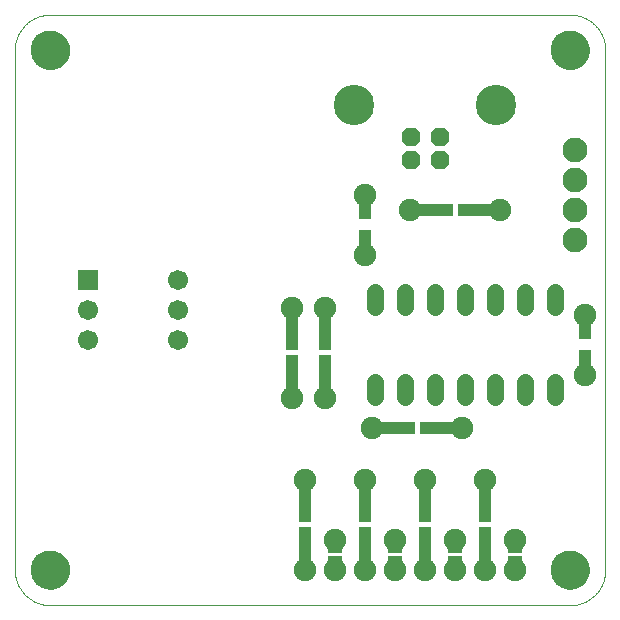
<source format=gts>
G75*
%MOIN*%
%OFA0B0*%
%FSLAX25Y25*%
%IPPOS*%
%LPD*%
%AMOC8*
5,1,8,0,0,1.08239X$1,22.5*
%
%ADD10C,0.00000*%
%ADD11C,0.12998*%
%ADD12R,0.04337X0.10636*%
%ADD13C,0.07487*%
%ADD14C,0.05600*%
%ADD15R,0.12998X0.04337*%
%ADD16OC8,0.06140*%
%ADD17C,0.13455*%
%ADD18R,0.04337X0.12998*%
%ADD19R,0.05124X0.03550*%
%ADD20C,0.08274*%
%ADD21R,0.06699X0.06699*%
%ADD22C,0.06699*%
D10*
X0005724Y0017535D02*
X0005724Y0190764D01*
X0011236Y0190764D02*
X0011238Y0190922D01*
X0011244Y0191080D01*
X0011254Y0191238D01*
X0011268Y0191396D01*
X0011286Y0191553D01*
X0011307Y0191710D01*
X0011333Y0191866D01*
X0011363Y0192022D01*
X0011396Y0192177D01*
X0011434Y0192330D01*
X0011475Y0192483D01*
X0011520Y0192635D01*
X0011569Y0192786D01*
X0011622Y0192935D01*
X0011678Y0193083D01*
X0011738Y0193229D01*
X0011802Y0193374D01*
X0011870Y0193517D01*
X0011941Y0193659D01*
X0012015Y0193799D01*
X0012093Y0193936D01*
X0012175Y0194072D01*
X0012259Y0194206D01*
X0012348Y0194337D01*
X0012439Y0194466D01*
X0012534Y0194593D01*
X0012631Y0194718D01*
X0012732Y0194840D01*
X0012836Y0194959D01*
X0012943Y0195076D01*
X0013053Y0195190D01*
X0013166Y0195301D01*
X0013281Y0195410D01*
X0013399Y0195515D01*
X0013520Y0195617D01*
X0013643Y0195717D01*
X0013769Y0195813D01*
X0013897Y0195906D01*
X0014027Y0195996D01*
X0014160Y0196082D01*
X0014295Y0196166D01*
X0014431Y0196245D01*
X0014570Y0196322D01*
X0014711Y0196394D01*
X0014853Y0196464D01*
X0014997Y0196529D01*
X0015143Y0196591D01*
X0015290Y0196649D01*
X0015439Y0196704D01*
X0015589Y0196755D01*
X0015740Y0196802D01*
X0015892Y0196845D01*
X0016045Y0196884D01*
X0016200Y0196920D01*
X0016355Y0196951D01*
X0016511Y0196979D01*
X0016667Y0197003D01*
X0016824Y0197023D01*
X0016982Y0197039D01*
X0017139Y0197051D01*
X0017298Y0197059D01*
X0017456Y0197063D01*
X0017614Y0197063D01*
X0017772Y0197059D01*
X0017931Y0197051D01*
X0018088Y0197039D01*
X0018246Y0197023D01*
X0018403Y0197003D01*
X0018559Y0196979D01*
X0018715Y0196951D01*
X0018870Y0196920D01*
X0019025Y0196884D01*
X0019178Y0196845D01*
X0019330Y0196802D01*
X0019481Y0196755D01*
X0019631Y0196704D01*
X0019780Y0196649D01*
X0019927Y0196591D01*
X0020073Y0196529D01*
X0020217Y0196464D01*
X0020359Y0196394D01*
X0020500Y0196322D01*
X0020639Y0196245D01*
X0020775Y0196166D01*
X0020910Y0196082D01*
X0021043Y0195996D01*
X0021173Y0195906D01*
X0021301Y0195813D01*
X0021427Y0195717D01*
X0021550Y0195617D01*
X0021671Y0195515D01*
X0021789Y0195410D01*
X0021904Y0195301D01*
X0022017Y0195190D01*
X0022127Y0195076D01*
X0022234Y0194959D01*
X0022338Y0194840D01*
X0022439Y0194718D01*
X0022536Y0194593D01*
X0022631Y0194466D01*
X0022722Y0194337D01*
X0022811Y0194206D01*
X0022895Y0194072D01*
X0022977Y0193936D01*
X0023055Y0193799D01*
X0023129Y0193659D01*
X0023200Y0193517D01*
X0023268Y0193374D01*
X0023332Y0193229D01*
X0023392Y0193083D01*
X0023448Y0192935D01*
X0023501Y0192786D01*
X0023550Y0192635D01*
X0023595Y0192483D01*
X0023636Y0192330D01*
X0023674Y0192177D01*
X0023707Y0192022D01*
X0023737Y0191866D01*
X0023763Y0191710D01*
X0023784Y0191553D01*
X0023802Y0191396D01*
X0023816Y0191238D01*
X0023826Y0191080D01*
X0023832Y0190922D01*
X0023834Y0190764D01*
X0023832Y0190606D01*
X0023826Y0190448D01*
X0023816Y0190290D01*
X0023802Y0190132D01*
X0023784Y0189975D01*
X0023763Y0189818D01*
X0023737Y0189662D01*
X0023707Y0189506D01*
X0023674Y0189351D01*
X0023636Y0189198D01*
X0023595Y0189045D01*
X0023550Y0188893D01*
X0023501Y0188742D01*
X0023448Y0188593D01*
X0023392Y0188445D01*
X0023332Y0188299D01*
X0023268Y0188154D01*
X0023200Y0188011D01*
X0023129Y0187869D01*
X0023055Y0187729D01*
X0022977Y0187592D01*
X0022895Y0187456D01*
X0022811Y0187322D01*
X0022722Y0187191D01*
X0022631Y0187062D01*
X0022536Y0186935D01*
X0022439Y0186810D01*
X0022338Y0186688D01*
X0022234Y0186569D01*
X0022127Y0186452D01*
X0022017Y0186338D01*
X0021904Y0186227D01*
X0021789Y0186118D01*
X0021671Y0186013D01*
X0021550Y0185911D01*
X0021427Y0185811D01*
X0021301Y0185715D01*
X0021173Y0185622D01*
X0021043Y0185532D01*
X0020910Y0185446D01*
X0020775Y0185362D01*
X0020639Y0185283D01*
X0020500Y0185206D01*
X0020359Y0185134D01*
X0020217Y0185064D01*
X0020073Y0184999D01*
X0019927Y0184937D01*
X0019780Y0184879D01*
X0019631Y0184824D01*
X0019481Y0184773D01*
X0019330Y0184726D01*
X0019178Y0184683D01*
X0019025Y0184644D01*
X0018870Y0184608D01*
X0018715Y0184577D01*
X0018559Y0184549D01*
X0018403Y0184525D01*
X0018246Y0184505D01*
X0018088Y0184489D01*
X0017931Y0184477D01*
X0017772Y0184469D01*
X0017614Y0184465D01*
X0017456Y0184465D01*
X0017298Y0184469D01*
X0017139Y0184477D01*
X0016982Y0184489D01*
X0016824Y0184505D01*
X0016667Y0184525D01*
X0016511Y0184549D01*
X0016355Y0184577D01*
X0016200Y0184608D01*
X0016045Y0184644D01*
X0015892Y0184683D01*
X0015740Y0184726D01*
X0015589Y0184773D01*
X0015439Y0184824D01*
X0015290Y0184879D01*
X0015143Y0184937D01*
X0014997Y0184999D01*
X0014853Y0185064D01*
X0014711Y0185134D01*
X0014570Y0185206D01*
X0014431Y0185283D01*
X0014295Y0185362D01*
X0014160Y0185446D01*
X0014027Y0185532D01*
X0013897Y0185622D01*
X0013769Y0185715D01*
X0013643Y0185811D01*
X0013520Y0185911D01*
X0013399Y0186013D01*
X0013281Y0186118D01*
X0013166Y0186227D01*
X0013053Y0186338D01*
X0012943Y0186452D01*
X0012836Y0186569D01*
X0012732Y0186688D01*
X0012631Y0186810D01*
X0012534Y0186935D01*
X0012439Y0187062D01*
X0012348Y0187191D01*
X0012259Y0187322D01*
X0012175Y0187456D01*
X0012093Y0187592D01*
X0012015Y0187729D01*
X0011941Y0187869D01*
X0011870Y0188011D01*
X0011802Y0188154D01*
X0011738Y0188299D01*
X0011678Y0188445D01*
X0011622Y0188593D01*
X0011569Y0188742D01*
X0011520Y0188893D01*
X0011475Y0189045D01*
X0011434Y0189198D01*
X0011396Y0189351D01*
X0011363Y0189506D01*
X0011333Y0189662D01*
X0011307Y0189818D01*
X0011286Y0189975D01*
X0011268Y0190132D01*
X0011254Y0190290D01*
X0011244Y0190448D01*
X0011238Y0190606D01*
X0011236Y0190764D01*
X0005724Y0190764D02*
X0005727Y0191049D01*
X0005738Y0191335D01*
X0005755Y0191620D01*
X0005779Y0191904D01*
X0005810Y0192188D01*
X0005848Y0192471D01*
X0005893Y0192752D01*
X0005944Y0193033D01*
X0006002Y0193313D01*
X0006067Y0193591D01*
X0006139Y0193867D01*
X0006217Y0194141D01*
X0006302Y0194414D01*
X0006394Y0194684D01*
X0006492Y0194952D01*
X0006596Y0195218D01*
X0006707Y0195481D01*
X0006824Y0195741D01*
X0006947Y0195999D01*
X0007077Y0196253D01*
X0007213Y0196504D01*
X0007354Y0196752D01*
X0007502Y0196996D01*
X0007655Y0197237D01*
X0007815Y0197473D01*
X0007980Y0197706D01*
X0008150Y0197935D01*
X0008326Y0198160D01*
X0008508Y0198380D01*
X0008694Y0198596D01*
X0008886Y0198807D01*
X0009083Y0199014D01*
X0009285Y0199216D01*
X0009492Y0199413D01*
X0009703Y0199605D01*
X0009919Y0199791D01*
X0010139Y0199973D01*
X0010364Y0200149D01*
X0010593Y0200319D01*
X0010826Y0200484D01*
X0011062Y0200644D01*
X0011303Y0200797D01*
X0011547Y0200945D01*
X0011795Y0201086D01*
X0012046Y0201222D01*
X0012300Y0201352D01*
X0012558Y0201475D01*
X0012818Y0201592D01*
X0013081Y0201703D01*
X0013347Y0201807D01*
X0013615Y0201905D01*
X0013885Y0201997D01*
X0014158Y0202082D01*
X0014432Y0202160D01*
X0014708Y0202232D01*
X0014986Y0202297D01*
X0015266Y0202355D01*
X0015547Y0202406D01*
X0015828Y0202451D01*
X0016111Y0202489D01*
X0016395Y0202520D01*
X0016679Y0202544D01*
X0016964Y0202561D01*
X0017250Y0202572D01*
X0017535Y0202575D01*
X0190764Y0202575D01*
X0184465Y0190764D02*
X0184467Y0190922D01*
X0184473Y0191080D01*
X0184483Y0191238D01*
X0184497Y0191396D01*
X0184515Y0191553D01*
X0184536Y0191710D01*
X0184562Y0191866D01*
X0184592Y0192022D01*
X0184625Y0192177D01*
X0184663Y0192330D01*
X0184704Y0192483D01*
X0184749Y0192635D01*
X0184798Y0192786D01*
X0184851Y0192935D01*
X0184907Y0193083D01*
X0184967Y0193229D01*
X0185031Y0193374D01*
X0185099Y0193517D01*
X0185170Y0193659D01*
X0185244Y0193799D01*
X0185322Y0193936D01*
X0185404Y0194072D01*
X0185488Y0194206D01*
X0185577Y0194337D01*
X0185668Y0194466D01*
X0185763Y0194593D01*
X0185860Y0194718D01*
X0185961Y0194840D01*
X0186065Y0194959D01*
X0186172Y0195076D01*
X0186282Y0195190D01*
X0186395Y0195301D01*
X0186510Y0195410D01*
X0186628Y0195515D01*
X0186749Y0195617D01*
X0186872Y0195717D01*
X0186998Y0195813D01*
X0187126Y0195906D01*
X0187256Y0195996D01*
X0187389Y0196082D01*
X0187524Y0196166D01*
X0187660Y0196245D01*
X0187799Y0196322D01*
X0187940Y0196394D01*
X0188082Y0196464D01*
X0188226Y0196529D01*
X0188372Y0196591D01*
X0188519Y0196649D01*
X0188668Y0196704D01*
X0188818Y0196755D01*
X0188969Y0196802D01*
X0189121Y0196845D01*
X0189274Y0196884D01*
X0189429Y0196920D01*
X0189584Y0196951D01*
X0189740Y0196979D01*
X0189896Y0197003D01*
X0190053Y0197023D01*
X0190211Y0197039D01*
X0190368Y0197051D01*
X0190527Y0197059D01*
X0190685Y0197063D01*
X0190843Y0197063D01*
X0191001Y0197059D01*
X0191160Y0197051D01*
X0191317Y0197039D01*
X0191475Y0197023D01*
X0191632Y0197003D01*
X0191788Y0196979D01*
X0191944Y0196951D01*
X0192099Y0196920D01*
X0192254Y0196884D01*
X0192407Y0196845D01*
X0192559Y0196802D01*
X0192710Y0196755D01*
X0192860Y0196704D01*
X0193009Y0196649D01*
X0193156Y0196591D01*
X0193302Y0196529D01*
X0193446Y0196464D01*
X0193588Y0196394D01*
X0193729Y0196322D01*
X0193868Y0196245D01*
X0194004Y0196166D01*
X0194139Y0196082D01*
X0194272Y0195996D01*
X0194402Y0195906D01*
X0194530Y0195813D01*
X0194656Y0195717D01*
X0194779Y0195617D01*
X0194900Y0195515D01*
X0195018Y0195410D01*
X0195133Y0195301D01*
X0195246Y0195190D01*
X0195356Y0195076D01*
X0195463Y0194959D01*
X0195567Y0194840D01*
X0195668Y0194718D01*
X0195765Y0194593D01*
X0195860Y0194466D01*
X0195951Y0194337D01*
X0196040Y0194206D01*
X0196124Y0194072D01*
X0196206Y0193936D01*
X0196284Y0193799D01*
X0196358Y0193659D01*
X0196429Y0193517D01*
X0196497Y0193374D01*
X0196561Y0193229D01*
X0196621Y0193083D01*
X0196677Y0192935D01*
X0196730Y0192786D01*
X0196779Y0192635D01*
X0196824Y0192483D01*
X0196865Y0192330D01*
X0196903Y0192177D01*
X0196936Y0192022D01*
X0196966Y0191866D01*
X0196992Y0191710D01*
X0197013Y0191553D01*
X0197031Y0191396D01*
X0197045Y0191238D01*
X0197055Y0191080D01*
X0197061Y0190922D01*
X0197063Y0190764D01*
X0197061Y0190606D01*
X0197055Y0190448D01*
X0197045Y0190290D01*
X0197031Y0190132D01*
X0197013Y0189975D01*
X0196992Y0189818D01*
X0196966Y0189662D01*
X0196936Y0189506D01*
X0196903Y0189351D01*
X0196865Y0189198D01*
X0196824Y0189045D01*
X0196779Y0188893D01*
X0196730Y0188742D01*
X0196677Y0188593D01*
X0196621Y0188445D01*
X0196561Y0188299D01*
X0196497Y0188154D01*
X0196429Y0188011D01*
X0196358Y0187869D01*
X0196284Y0187729D01*
X0196206Y0187592D01*
X0196124Y0187456D01*
X0196040Y0187322D01*
X0195951Y0187191D01*
X0195860Y0187062D01*
X0195765Y0186935D01*
X0195668Y0186810D01*
X0195567Y0186688D01*
X0195463Y0186569D01*
X0195356Y0186452D01*
X0195246Y0186338D01*
X0195133Y0186227D01*
X0195018Y0186118D01*
X0194900Y0186013D01*
X0194779Y0185911D01*
X0194656Y0185811D01*
X0194530Y0185715D01*
X0194402Y0185622D01*
X0194272Y0185532D01*
X0194139Y0185446D01*
X0194004Y0185362D01*
X0193868Y0185283D01*
X0193729Y0185206D01*
X0193588Y0185134D01*
X0193446Y0185064D01*
X0193302Y0184999D01*
X0193156Y0184937D01*
X0193009Y0184879D01*
X0192860Y0184824D01*
X0192710Y0184773D01*
X0192559Y0184726D01*
X0192407Y0184683D01*
X0192254Y0184644D01*
X0192099Y0184608D01*
X0191944Y0184577D01*
X0191788Y0184549D01*
X0191632Y0184525D01*
X0191475Y0184505D01*
X0191317Y0184489D01*
X0191160Y0184477D01*
X0191001Y0184469D01*
X0190843Y0184465D01*
X0190685Y0184465D01*
X0190527Y0184469D01*
X0190368Y0184477D01*
X0190211Y0184489D01*
X0190053Y0184505D01*
X0189896Y0184525D01*
X0189740Y0184549D01*
X0189584Y0184577D01*
X0189429Y0184608D01*
X0189274Y0184644D01*
X0189121Y0184683D01*
X0188969Y0184726D01*
X0188818Y0184773D01*
X0188668Y0184824D01*
X0188519Y0184879D01*
X0188372Y0184937D01*
X0188226Y0184999D01*
X0188082Y0185064D01*
X0187940Y0185134D01*
X0187799Y0185206D01*
X0187660Y0185283D01*
X0187524Y0185362D01*
X0187389Y0185446D01*
X0187256Y0185532D01*
X0187126Y0185622D01*
X0186998Y0185715D01*
X0186872Y0185811D01*
X0186749Y0185911D01*
X0186628Y0186013D01*
X0186510Y0186118D01*
X0186395Y0186227D01*
X0186282Y0186338D01*
X0186172Y0186452D01*
X0186065Y0186569D01*
X0185961Y0186688D01*
X0185860Y0186810D01*
X0185763Y0186935D01*
X0185668Y0187062D01*
X0185577Y0187191D01*
X0185488Y0187322D01*
X0185404Y0187456D01*
X0185322Y0187592D01*
X0185244Y0187729D01*
X0185170Y0187869D01*
X0185099Y0188011D01*
X0185031Y0188154D01*
X0184967Y0188299D01*
X0184907Y0188445D01*
X0184851Y0188593D01*
X0184798Y0188742D01*
X0184749Y0188893D01*
X0184704Y0189045D01*
X0184663Y0189198D01*
X0184625Y0189351D01*
X0184592Y0189506D01*
X0184562Y0189662D01*
X0184536Y0189818D01*
X0184515Y0189975D01*
X0184497Y0190132D01*
X0184483Y0190290D01*
X0184473Y0190448D01*
X0184467Y0190606D01*
X0184465Y0190764D01*
X0190764Y0202575D02*
X0191049Y0202572D01*
X0191335Y0202561D01*
X0191620Y0202544D01*
X0191904Y0202520D01*
X0192188Y0202489D01*
X0192471Y0202451D01*
X0192752Y0202406D01*
X0193033Y0202355D01*
X0193313Y0202297D01*
X0193591Y0202232D01*
X0193867Y0202160D01*
X0194141Y0202082D01*
X0194414Y0201997D01*
X0194684Y0201905D01*
X0194952Y0201807D01*
X0195218Y0201703D01*
X0195481Y0201592D01*
X0195741Y0201475D01*
X0195999Y0201352D01*
X0196253Y0201222D01*
X0196504Y0201086D01*
X0196752Y0200945D01*
X0196996Y0200797D01*
X0197237Y0200644D01*
X0197473Y0200484D01*
X0197706Y0200319D01*
X0197935Y0200149D01*
X0198160Y0199973D01*
X0198380Y0199791D01*
X0198596Y0199605D01*
X0198807Y0199413D01*
X0199014Y0199216D01*
X0199216Y0199014D01*
X0199413Y0198807D01*
X0199605Y0198596D01*
X0199791Y0198380D01*
X0199973Y0198160D01*
X0200149Y0197935D01*
X0200319Y0197706D01*
X0200484Y0197473D01*
X0200644Y0197237D01*
X0200797Y0196996D01*
X0200945Y0196752D01*
X0201086Y0196504D01*
X0201222Y0196253D01*
X0201352Y0195999D01*
X0201475Y0195741D01*
X0201592Y0195481D01*
X0201703Y0195218D01*
X0201807Y0194952D01*
X0201905Y0194684D01*
X0201997Y0194414D01*
X0202082Y0194141D01*
X0202160Y0193867D01*
X0202232Y0193591D01*
X0202297Y0193313D01*
X0202355Y0193033D01*
X0202406Y0192752D01*
X0202451Y0192471D01*
X0202489Y0192188D01*
X0202520Y0191904D01*
X0202544Y0191620D01*
X0202561Y0191335D01*
X0202572Y0191049D01*
X0202575Y0190764D01*
X0202575Y0017535D01*
X0184465Y0017535D02*
X0184467Y0017693D01*
X0184473Y0017851D01*
X0184483Y0018009D01*
X0184497Y0018167D01*
X0184515Y0018324D01*
X0184536Y0018481D01*
X0184562Y0018637D01*
X0184592Y0018793D01*
X0184625Y0018948D01*
X0184663Y0019101D01*
X0184704Y0019254D01*
X0184749Y0019406D01*
X0184798Y0019557D01*
X0184851Y0019706D01*
X0184907Y0019854D01*
X0184967Y0020000D01*
X0185031Y0020145D01*
X0185099Y0020288D01*
X0185170Y0020430D01*
X0185244Y0020570D01*
X0185322Y0020707D01*
X0185404Y0020843D01*
X0185488Y0020977D01*
X0185577Y0021108D01*
X0185668Y0021237D01*
X0185763Y0021364D01*
X0185860Y0021489D01*
X0185961Y0021611D01*
X0186065Y0021730D01*
X0186172Y0021847D01*
X0186282Y0021961D01*
X0186395Y0022072D01*
X0186510Y0022181D01*
X0186628Y0022286D01*
X0186749Y0022388D01*
X0186872Y0022488D01*
X0186998Y0022584D01*
X0187126Y0022677D01*
X0187256Y0022767D01*
X0187389Y0022853D01*
X0187524Y0022937D01*
X0187660Y0023016D01*
X0187799Y0023093D01*
X0187940Y0023165D01*
X0188082Y0023235D01*
X0188226Y0023300D01*
X0188372Y0023362D01*
X0188519Y0023420D01*
X0188668Y0023475D01*
X0188818Y0023526D01*
X0188969Y0023573D01*
X0189121Y0023616D01*
X0189274Y0023655D01*
X0189429Y0023691D01*
X0189584Y0023722D01*
X0189740Y0023750D01*
X0189896Y0023774D01*
X0190053Y0023794D01*
X0190211Y0023810D01*
X0190368Y0023822D01*
X0190527Y0023830D01*
X0190685Y0023834D01*
X0190843Y0023834D01*
X0191001Y0023830D01*
X0191160Y0023822D01*
X0191317Y0023810D01*
X0191475Y0023794D01*
X0191632Y0023774D01*
X0191788Y0023750D01*
X0191944Y0023722D01*
X0192099Y0023691D01*
X0192254Y0023655D01*
X0192407Y0023616D01*
X0192559Y0023573D01*
X0192710Y0023526D01*
X0192860Y0023475D01*
X0193009Y0023420D01*
X0193156Y0023362D01*
X0193302Y0023300D01*
X0193446Y0023235D01*
X0193588Y0023165D01*
X0193729Y0023093D01*
X0193868Y0023016D01*
X0194004Y0022937D01*
X0194139Y0022853D01*
X0194272Y0022767D01*
X0194402Y0022677D01*
X0194530Y0022584D01*
X0194656Y0022488D01*
X0194779Y0022388D01*
X0194900Y0022286D01*
X0195018Y0022181D01*
X0195133Y0022072D01*
X0195246Y0021961D01*
X0195356Y0021847D01*
X0195463Y0021730D01*
X0195567Y0021611D01*
X0195668Y0021489D01*
X0195765Y0021364D01*
X0195860Y0021237D01*
X0195951Y0021108D01*
X0196040Y0020977D01*
X0196124Y0020843D01*
X0196206Y0020707D01*
X0196284Y0020570D01*
X0196358Y0020430D01*
X0196429Y0020288D01*
X0196497Y0020145D01*
X0196561Y0020000D01*
X0196621Y0019854D01*
X0196677Y0019706D01*
X0196730Y0019557D01*
X0196779Y0019406D01*
X0196824Y0019254D01*
X0196865Y0019101D01*
X0196903Y0018948D01*
X0196936Y0018793D01*
X0196966Y0018637D01*
X0196992Y0018481D01*
X0197013Y0018324D01*
X0197031Y0018167D01*
X0197045Y0018009D01*
X0197055Y0017851D01*
X0197061Y0017693D01*
X0197063Y0017535D01*
X0197061Y0017377D01*
X0197055Y0017219D01*
X0197045Y0017061D01*
X0197031Y0016903D01*
X0197013Y0016746D01*
X0196992Y0016589D01*
X0196966Y0016433D01*
X0196936Y0016277D01*
X0196903Y0016122D01*
X0196865Y0015969D01*
X0196824Y0015816D01*
X0196779Y0015664D01*
X0196730Y0015513D01*
X0196677Y0015364D01*
X0196621Y0015216D01*
X0196561Y0015070D01*
X0196497Y0014925D01*
X0196429Y0014782D01*
X0196358Y0014640D01*
X0196284Y0014500D01*
X0196206Y0014363D01*
X0196124Y0014227D01*
X0196040Y0014093D01*
X0195951Y0013962D01*
X0195860Y0013833D01*
X0195765Y0013706D01*
X0195668Y0013581D01*
X0195567Y0013459D01*
X0195463Y0013340D01*
X0195356Y0013223D01*
X0195246Y0013109D01*
X0195133Y0012998D01*
X0195018Y0012889D01*
X0194900Y0012784D01*
X0194779Y0012682D01*
X0194656Y0012582D01*
X0194530Y0012486D01*
X0194402Y0012393D01*
X0194272Y0012303D01*
X0194139Y0012217D01*
X0194004Y0012133D01*
X0193868Y0012054D01*
X0193729Y0011977D01*
X0193588Y0011905D01*
X0193446Y0011835D01*
X0193302Y0011770D01*
X0193156Y0011708D01*
X0193009Y0011650D01*
X0192860Y0011595D01*
X0192710Y0011544D01*
X0192559Y0011497D01*
X0192407Y0011454D01*
X0192254Y0011415D01*
X0192099Y0011379D01*
X0191944Y0011348D01*
X0191788Y0011320D01*
X0191632Y0011296D01*
X0191475Y0011276D01*
X0191317Y0011260D01*
X0191160Y0011248D01*
X0191001Y0011240D01*
X0190843Y0011236D01*
X0190685Y0011236D01*
X0190527Y0011240D01*
X0190368Y0011248D01*
X0190211Y0011260D01*
X0190053Y0011276D01*
X0189896Y0011296D01*
X0189740Y0011320D01*
X0189584Y0011348D01*
X0189429Y0011379D01*
X0189274Y0011415D01*
X0189121Y0011454D01*
X0188969Y0011497D01*
X0188818Y0011544D01*
X0188668Y0011595D01*
X0188519Y0011650D01*
X0188372Y0011708D01*
X0188226Y0011770D01*
X0188082Y0011835D01*
X0187940Y0011905D01*
X0187799Y0011977D01*
X0187660Y0012054D01*
X0187524Y0012133D01*
X0187389Y0012217D01*
X0187256Y0012303D01*
X0187126Y0012393D01*
X0186998Y0012486D01*
X0186872Y0012582D01*
X0186749Y0012682D01*
X0186628Y0012784D01*
X0186510Y0012889D01*
X0186395Y0012998D01*
X0186282Y0013109D01*
X0186172Y0013223D01*
X0186065Y0013340D01*
X0185961Y0013459D01*
X0185860Y0013581D01*
X0185763Y0013706D01*
X0185668Y0013833D01*
X0185577Y0013962D01*
X0185488Y0014093D01*
X0185404Y0014227D01*
X0185322Y0014363D01*
X0185244Y0014500D01*
X0185170Y0014640D01*
X0185099Y0014782D01*
X0185031Y0014925D01*
X0184967Y0015070D01*
X0184907Y0015216D01*
X0184851Y0015364D01*
X0184798Y0015513D01*
X0184749Y0015664D01*
X0184704Y0015816D01*
X0184663Y0015969D01*
X0184625Y0016122D01*
X0184592Y0016277D01*
X0184562Y0016433D01*
X0184536Y0016589D01*
X0184515Y0016746D01*
X0184497Y0016903D01*
X0184483Y0017061D01*
X0184473Y0017219D01*
X0184467Y0017377D01*
X0184465Y0017535D01*
X0190764Y0005724D02*
X0191049Y0005727D01*
X0191335Y0005738D01*
X0191620Y0005755D01*
X0191904Y0005779D01*
X0192188Y0005810D01*
X0192471Y0005848D01*
X0192752Y0005893D01*
X0193033Y0005944D01*
X0193313Y0006002D01*
X0193591Y0006067D01*
X0193867Y0006139D01*
X0194141Y0006217D01*
X0194414Y0006302D01*
X0194684Y0006394D01*
X0194952Y0006492D01*
X0195218Y0006596D01*
X0195481Y0006707D01*
X0195741Y0006824D01*
X0195999Y0006947D01*
X0196253Y0007077D01*
X0196504Y0007213D01*
X0196752Y0007354D01*
X0196996Y0007502D01*
X0197237Y0007655D01*
X0197473Y0007815D01*
X0197706Y0007980D01*
X0197935Y0008150D01*
X0198160Y0008326D01*
X0198380Y0008508D01*
X0198596Y0008694D01*
X0198807Y0008886D01*
X0199014Y0009083D01*
X0199216Y0009285D01*
X0199413Y0009492D01*
X0199605Y0009703D01*
X0199791Y0009919D01*
X0199973Y0010139D01*
X0200149Y0010364D01*
X0200319Y0010593D01*
X0200484Y0010826D01*
X0200644Y0011062D01*
X0200797Y0011303D01*
X0200945Y0011547D01*
X0201086Y0011795D01*
X0201222Y0012046D01*
X0201352Y0012300D01*
X0201475Y0012558D01*
X0201592Y0012818D01*
X0201703Y0013081D01*
X0201807Y0013347D01*
X0201905Y0013615D01*
X0201997Y0013885D01*
X0202082Y0014158D01*
X0202160Y0014432D01*
X0202232Y0014708D01*
X0202297Y0014986D01*
X0202355Y0015266D01*
X0202406Y0015547D01*
X0202451Y0015828D01*
X0202489Y0016111D01*
X0202520Y0016395D01*
X0202544Y0016679D01*
X0202561Y0016964D01*
X0202572Y0017250D01*
X0202575Y0017535D01*
X0190764Y0005724D02*
X0017535Y0005724D01*
X0011236Y0017535D02*
X0011238Y0017693D01*
X0011244Y0017851D01*
X0011254Y0018009D01*
X0011268Y0018167D01*
X0011286Y0018324D01*
X0011307Y0018481D01*
X0011333Y0018637D01*
X0011363Y0018793D01*
X0011396Y0018948D01*
X0011434Y0019101D01*
X0011475Y0019254D01*
X0011520Y0019406D01*
X0011569Y0019557D01*
X0011622Y0019706D01*
X0011678Y0019854D01*
X0011738Y0020000D01*
X0011802Y0020145D01*
X0011870Y0020288D01*
X0011941Y0020430D01*
X0012015Y0020570D01*
X0012093Y0020707D01*
X0012175Y0020843D01*
X0012259Y0020977D01*
X0012348Y0021108D01*
X0012439Y0021237D01*
X0012534Y0021364D01*
X0012631Y0021489D01*
X0012732Y0021611D01*
X0012836Y0021730D01*
X0012943Y0021847D01*
X0013053Y0021961D01*
X0013166Y0022072D01*
X0013281Y0022181D01*
X0013399Y0022286D01*
X0013520Y0022388D01*
X0013643Y0022488D01*
X0013769Y0022584D01*
X0013897Y0022677D01*
X0014027Y0022767D01*
X0014160Y0022853D01*
X0014295Y0022937D01*
X0014431Y0023016D01*
X0014570Y0023093D01*
X0014711Y0023165D01*
X0014853Y0023235D01*
X0014997Y0023300D01*
X0015143Y0023362D01*
X0015290Y0023420D01*
X0015439Y0023475D01*
X0015589Y0023526D01*
X0015740Y0023573D01*
X0015892Y0023616D01*
X0016045Y0023655D01*
X0016200Y0023691D01*
X0016355Y0023722D01*
X0016511Y0023750D01*
X0016667Y0023774D01*
X0016824Y0023794D01*
X0016982Y0023810D01*
X0017139Y0023822D01*
X0017298Y0023830D01*
X0017456Y0023834D01*
X0017614Y0023834D01*
X0017772Y0023830D01*
X0017931Y0023822D01*
X0018088Y0023810D01*
X0018246Y0023794D01*
X0018403Y0023774D01*
X0018559Y0023750D01*
X0018715Y0023722D01*
X0018870Y0023691D01*
X0019025Y0023655D01*
X0019178Y0023616D01*
X0019330Y0023573D01*
X0019481Y0023526D01*
X0019631Y0023475D01*
X0019780Y0023420D01*
X0019927Y0023362D01*
X0020073Y0023300D01*
X0020217Y0023235D01*
X0020359Y0023165D01*
X0020500Y0023093D01*
X0020639Y0023016D01*
X0020775Y0022937D01*
X0020910Y0022853D01*
X0021043Y0022767D01*
X0021173Y0022677D01*
X0021301Y0022584D01*
X0021427Y0022488D01*
X0021550Y0022388D01*
X0021671Y0022286D01*
X0021789Y0022181D01*
X0021904Y0022072D01*
X0022017Y0021961D01*
X0022127Y0021847D01*
X0022234Y0021730D01*
X0022338Y0021611D01*
X0022439Y0021489D01*
X0022536Y0021364D01*
X0022631Y0021237D01*
X0022722Y0021108D01*
X0022811Y0020977D01*
X0022895Y0020843D01*
X0022977Y0020707D01*
X0023055Y0020570D01*
X0023129Y0020430D01*
X0023200Y0020288D01*
X0023268Y0020145D01*
X0023332Y0020000D01*
X0023392Y0019854D01*
X0023448Y0019706D01*
X0023501Y0019557D01*
X0023550Y0019406D01*
X0023595Y0019254D01*
X0023636Y0019101D01*
X0023674Y0018948D01*
X0023707Y0018793D01*
X0023737Y0018637D01*
X0023763Y0018481D01*
X0023784Y0018324D01*
X0023802Y0018167D01*
X0023816Y0018009D01*
X0023826Y0017851D01*
X0023832Y0017693D01*
X0023834Y0017535D01*
X0023832Y0017377D01*
X0023826Y0017219D01*
X0023816Y0017061D01*
X0023802Y0016903D01*
X0023784Y0016746D01*
X0023763Y0016589D01*
X0023737Y0016433D01*
X0023707Y0016277D01*
X0023674Y0016122D01*
X0023636Y0015969D01*
X0023595Y0015816D01*
X0023550Y0015664D01*
X0023501Y0015513D01*
X0023448Y0015364D01*
X0023392Y0015216D01*
X0023332Y0015070D01*
X0023268Y0014925D01*
X0023200Y0014782D01*
X0023129Y0014640D01*
X0023055Y0014500D01*
X0022977Y0014363D01*
X0022895Y0014227D01*
X0022811Y0014093D01*
X0022722Y0013962D01*
X0022631Y0013833D01*
X0022536Y0013706D01*
X0022439Y0013581D01*
X0022338Y0013459D01*
X0022234Y0013340D01*
X0022127Y0013223D01*
X0022017Y0013109D01*
X0021904Y0012998D01*
X0021789Y0012889D01*
X0021671Y0012784D01*
X0021550Y0012682D01*
X0021427Y0012582D01*
X0021301Y0012486D01*
X0021173Y0012393D01*
X0021043Y0012303D01*
X0020910Y0012217D01*
X0020775Y0012133D01*
X0020639Y0012054D01*
X0020500Y0011977D01*
X0020359Y0011905D01*
X0020217Y0011835D01*
X0020073Y0011770D01*
X0019927Y0011708D01*
X0019780Y0011650D01*
X0019631Y0011595D01*
X0019481Y0011544D01*
X0019330Y0011497D01*
X0019178Y0011454D01*
X0019025Y0011415D01*
X0018870Y0011379D01*
X0018715Y0011348D01*
X0018559Y0011320D01*
X0018403Y0011296D01*
X0018246Y0011276D01*
X0018088Y0011260D01*
X0017931Y0011248D01*
X0017772Y0011240D01*
X0017614Y0011236D01*
X0017456Y0011236D01*
X0017298Y0011240D01*
X0017139Y0011248D01*
X0016982Y0011260D01*
X0016824Y0011276D01*
X0016667Y0011296D01*
X0016511Y0011320D01*
X0016355Y0011348D01*
X0016200Y0011379D01*
X0016045Y0011415D01*
X0015892Y0011454D01*
X0015740Y0011497D01*
X0015589Y0011544D01*
X0015439Y0011595D01*
X0015290Y0011650D01*
X0015143Y0011708D01*
X0014997Y0011770D01*
X0014853Y0011835D01*
X0014711Y0011905D01*
X0014570Y0011977D01*
X0014431Y0012054D01*
X0014295Y0012133D01*
X0014160Y0012217D01*
X0014027Y0012303D01*
X0013897Y0012393D01*
X0013769Y0012486D01*
X0013643Y0012582D01*
X0013520Y0012682D01*
X0013399Y0012784D01*
X0013281Y0012889D01*
X0013166Y0012998D01*
X0013053Y0013109D01*
X0012943Y0013223D01*
X0012836Y0013340D01*
X0012732Y0013459D01*
X0012631Y0013581D01*
X0012534Y0013706D01*
X0012439Y0013833D01*
X0012348Y0013962D01*
X0012259Y0014093D01*
X0012175Y0014227D01*
X0012093Y0014363D01*
X0012015Y0014500D01*
X0011941Y0014640D01*
X0011870Y0014782D01*
X0011802Y0014925D01*
X0011738Y0015070D01*
X0011678Y0015216D01*
X0011622Y0015364D01*
X0011569Y0015513D01*
X0011520Y0015664D01*
X0011475Y0015816D01*
X0011434Y0015969D01*
X0011396Y0016122D01*
X0011363Y0016277D01*
X0011333Y0016433D01*
X0011307Y0016589D01*
X0011286Y0016746D01*
X0011268Y0016903D01*
X0011254Y0017061D01*
X0011244Y0017219D01*
X0011238Y0017377D01*
X0011236Y0017535D01*
X0005724Y0017535D02*
X0005727Y0017250D01*
X0005738Y0016964D01*
X0005755Y0016679D01*
X0005779Y0016395D01*
X0005810Y0016111D01*
X0005848Y0015828D01*
X0005893Y0015547D01*
X0005944Y0015266D01*
X0006002Y0014986D01*
X0006067Y0014708D01*
X0006139Y0014432D01*
X0006217Y0014158D01*
X0006302Y0013885D01*
X0006394Y0013615D01*
X0006492Y0013347D01*
X0006596Y0013081D01*
X0006707Y0012818D01*
X0006824Y0012558D01*
X0006947Y0012300D01*
X0007077Y0012046D01*
X0007213Y0011795D01*
X0007354Y0011547D01*
X0007502Y0011303D01*
X0007655Y0011062D01*
X0007815Y0010826D01*
X0007980Y0010593D01*
X0008150Y0010364D01*
X0008326Y0010139D01*
X0008508Y0009919D01*
X0008694Y0009703D01*
X0008886Y0009492D01*
X0009083Y0009285D01*
X0009285Y0009083D01*
X0009492Y0008886D01*
X0009703Y0008694D01*
X0009919Y0008508D01*
X0010139Y0008326D01*
X0010364Y0008150D01*
X0010593Y0007980D01*
X0010826Y0007815D01*
X0011062Y0007655D01*
X0011303Y0007502D01*
X0011547Y0007354D01*
X0011795Y0007213D01*
X0012046Y0007077D01*
X0012300Y0006947D01*
X0012558Y0006824D01*
X0012818Y0006707D01*
X0013081Y0006596D01*
X0013347Y0006492D01*
X0013615Y0006394D01*
X0013885Y0006302D01*
X0014158Y0006217D01*
X0014432Y0006139D01*
X0014708Y0006067D01*
X0014986Y0006002D01*
X0015266Y0005944D01*
X0015547Y0005893D01*
X0015828Y0005848D01*
X0016111Y0005810D01*
X0016395Y0005779D01*
X0016679Y0005755D01*
X0016964Y0005738D01*
X0017250Y0005727D01*
X0017535Y0005724D01*
D11*
X0017535Y0017535D03*
X0017535Y0190764D03*
X0190764Y0190764D03*
X0190764Y0017535D03*
D12*
X0195724Y0085488D03*
X0195724Y0099661D03*
X0122575Y0125488D03*
X0122575Y0139661D03*
D13*
X0122575Y0142575D03*
X0137575Y0137575D03*
X0122575Y0122575D03*
X0109012Y0104937D03*
X0098224Y0104937D03*
X0098224Y0074937D03*
X0109012Y0074937D03*
X0124937Y0064937D03*
X0122575Y0047575D03*
X0142575Y0047575D03*
X0154937Y0064937D03*
X0162575Y0047575D03*
X0172575Y0027575D03*
X0172575Y0017575D03*
X0162575Y0017575D03*
X0152575Y0017575D03*
X0152575Y0027575D03*
X0142575Y0017575D03*
X0132575Y0017575D03*
X0132575Y0027575D03*
X0122575Y0017575D03*
X0112575Y0017575D03*
X0112575Y0027575D03*
X0102575Y0017575D03*
X0102575Y0047575D03*
X0167575Y0137575D03*
X0195724Y0102575D03*
X0195724Y0082575D03*
D14*
X0185724Y0080175D02*
X0185724Y0074975D01*
X0175724Y0074975D02*
X0175724Y0080175D01*
X0165724Y0080175D02*
X0165724Y0074975D01*
X0155724Y0074975D02*
X0155724Y0080175D01*
X0145724Y0080175D02*
X0145724Y0074975D01*
X0135724Y0074975D02*
X0135724Y0080175D01*
X0125724Y0080175D02*
X0125724Y0074975D01*
X0125724Y0104975D02*
X0125724Y0110175D01*
X0135724Y0110175D02*
X0135724Y0104975D01*
X0145724Y0104975D02*
X0145724Y0110175D01*
X0155724Y0110175D02*
X0155724Y0104975D01*
X0165724Y0104975D02*
X0165724Y0110175D01*
X0175724Y0110175D02*
X0175724Y0104975D01*
X0185724Y0104975D02*
X0185724Y0110175D01*
D15*
X0159661Y0137575D03*
X0145488Y0137575D03*
X0147024Y0064937D03*
X0132850Y0064937D03*
D16*
X0137654Y0154031D03*
X0137654Y0161906D03*
X0147496Y0161906D03*
X0147496Y0154031D03*
D17*
X0166276Y0172575D03*
X0118874Y0172575D03*
D18*
X0109012Y0097024D03*
X0098224Y0097024D03*
X0098224Y0082850D03*
X0109012Y0082850D03*
X0102575Y0039661D03*
X0102575Y0025488D03*
X0122575Y0025488D03*
X0122575Y0039661D03*
X0142575Y0039661D03*
X0142575Y0025488D03*
X0162575Y0025488D03*
X0162575Y0039661D03*
D19*
X0172575Y0024661D03*
X0172575Y0020488D03*
X0152575Y0020488D03*
X0152575Y0024661D03*
X0132575Y0024661D03*
X0132575Y0020488D03*
X0112575Y0020488D03*
X0112575Y0024661D03*
D20*
X0192575Y0127575D03*
X0192575Y0137575D03*
X0192575Y0147575D03*
X0192575Y0157575D03*
D21*
X0030094Y0114150D03*
D22*
X0030094Y0104150D03*
X0030094Y0094150D03*
X0060094Y0094150D03*
X0060094Y0104150D03*
X0060094Y0114150D03*
M02*

</source>
